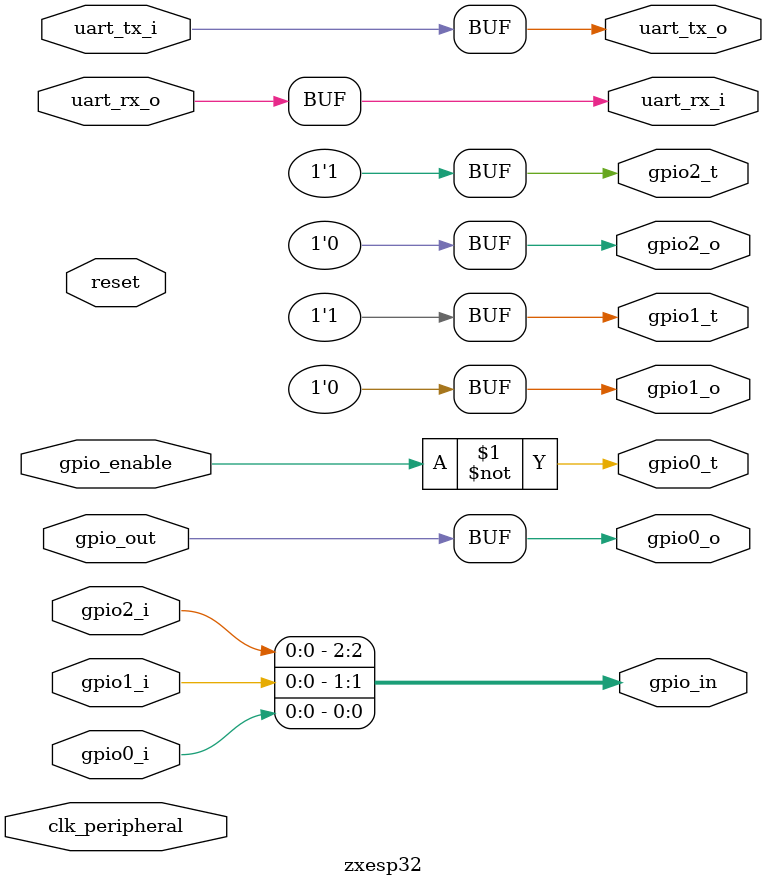
<source format=v>
`timescale 1ns / 1ps

module zxesp32(
    input 			uart_tx_i,
    output 			uart_rx_i,
    output	[2:0]	gpio_in,
    input 			gpio_out,
    input 			gpio_enable,
    
    output 			uart_tx_o,
    input 			uart_rx_o,
    
(* X_INTERFACE_INFO = "xilinx.com:interface:gpio:1.0 gpio0 TRI_I" *)
    input 			gpio0_i,
(* X_INTERFACE_INFO = "xilinx.com:interface:gpio:1.0 gpio0 TRI_O" *)
    output 			gpio0_o,
(* X_INTERFACE_INFO = "xilinx.com:interface:gpio:1.0 gpio0 TRI_T" *)
    output 			gpio0_t,

(* X_INTERFACE_INFO = "xilinx.com:interface:gpio:1.0 gpio1 TRI_I" *)
    input 			gpio1_i,
(* X_INTERFACE_INFO = "xilinx.com:interface:gpio:1.0 gpio1 TRI_O" *)
    output 			gpio1_o,
(* X_INTERFACE_INFO = "xilinx.com:interface:gpio:1.0 gpio1 TRI_T" *)
    output 			gpio1_t,

(* X_INTERFACE_INFO = "xilinx.com:interface:gpio:1.0 gpio2 TRI_I" *)
    input 			gpio2_i,
(* X_INTERFACE_INFO = "xilinx.com:interface:gpio:1.0 gpio2 TRI_O" *)
    output 			gpio2_o,
(* X_INTERFACE_INFO = "xilinx.com:interface:gpio:1.0 gpio2 TRI_T" *)
    output 			gpio2_t,
    
(* X_INTERFACE_INFO = "xilinx.com:signal:clock:1.0 clk_peripheral CLK" *)
(* X_INTERFACE_PARAMETER = "ASSOCIATED_RESET reset" *)	
    input 		clk_peripheral,
    
(* X_INTERFACE_INFO = "xilinx.com:signal:reset:1.0  reset  RST" *)
(* X_INTERFACE_PARAMETER = "POLARITY ACTIVE_HIGH" *)
    input	reset    
    
    );
    
    assign uart_tx_o 	= uart_tx_i;
    assign uart_rx_i    = uart_rx_o;
    
    assign gpio_in[0]	= gpio0_i;
    assign gpio0_o 		= gpio_out;
    assign gpio0_t		= ~gpio_enable;
    
    assign gpio_in[1] 	= gpio1_i;
    assign gpio1_t 		= 1'b1;
    assign gpio1_o 		= 1'b0;
    
    assign gpio_in[2] 	= gpio2_i;
    assign gpio2_t 		= 1'b1;
    assign gpio2_o 		= 1'b0;
    
    
endmodule

</source>
